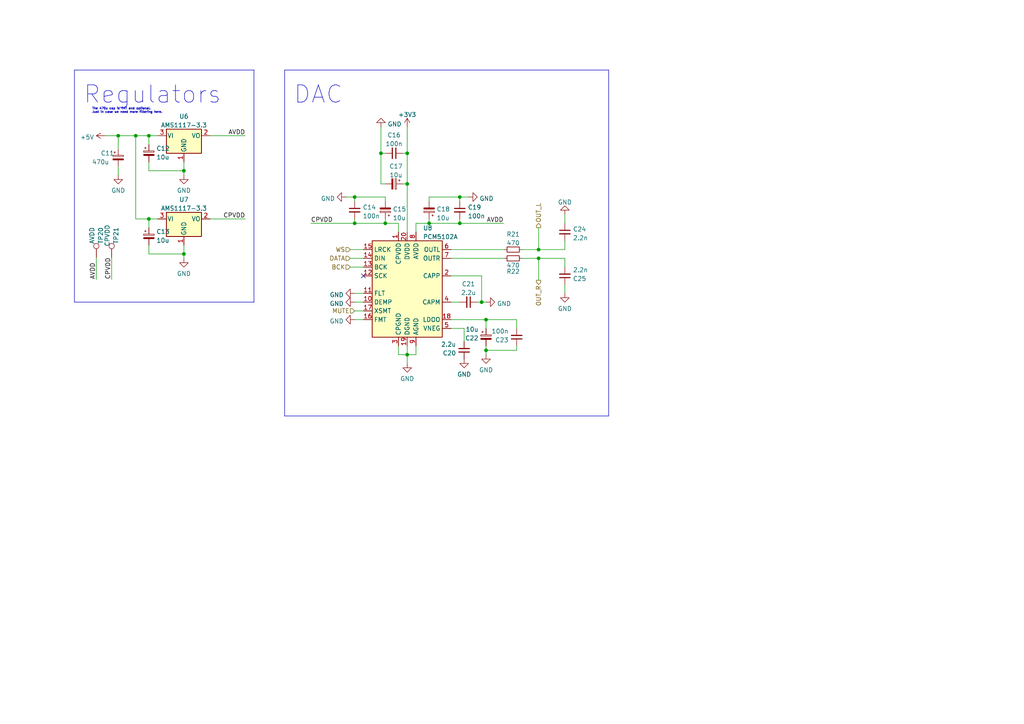
<source format=kicad_sch>
(kicad_sch (version 20230121) (generator eeschema)
  (paper "A4")
  (lib_symbols
    (symbol "Audio:PCM5102"
      (property "Reference" "U" (at -10.16 13.97 0))
      (property "Value" "PCM5102" (at 3.81 13.97 0))
      (symbol "PCM5102_0_1"
        (rectangle (start -10.16 12.7) (end 10.16 -15.24) (stroke (width 0.254)) (fill (type background)))
      )
      (symbol "PCM5102_1_1"
        (pin passive line (at -2.54 15.24 270) (length 2.54) (name "CPVDD") (number "1"))
        (pin input line (at -12.7 -5.08 0) (length 2.54) (name "DEMP") (number "10"))
        (pin input line (at -12.7 -2.54 0) (length 2.54) (name "FLT") (number "11"))
        (pin input line (at -12.7 2.54 0) (length 2.54) (name "SCK") (number "12"))
        (pin input line (at -12.7 5.08 0) (length 2.54) (name "BCK") (number "13"))
        (pin input line (at -12.7 7.62 0) (length 2.54) (name "DIN") (number "14"))
        (pin input line (at -12.7 10.16 0) (length 2.54) (name "LRCK") (number "15"))
        (pin input line (at -12.7 -10.16 0) (length 2.54) (name "FMT") (number "16"))
        (pin input line (at -12.7 -7.62 0) (length 2.54) (name "XSMT") (number "17"))
        (pin passive line (at 12.7 -10.16 180) (length 2.54) (name "LDOO") (number "18"))
        (pin power_in line (at 0 -17.78 90) (length 2.54) (name "DGND") (number "19"))
        (pin passive line (at 12.7 2.54 180) (length 2.54) (name "CAPP") (number "2"))
        (pin power_in line (at 0 15.24 270) (length 2.54) (name "DVDD") (number "20"))
        (pin power_in line (at -2.54 -17.78 90) (length 2.54) (name "CPGND") (number "3"))
        (pin passive line (at 12.7 -5.08 180) (length 2.54) (name "CAPM") (number "4"))
        (pin passive line (at 12.7 -12.7 180) (length 2.54) (name "VNEG") (number "5"))
        (pin output line (at 12.7 10.16 180) (length 2.54) (name "OUTL") (number "6"))
        (pin output line (at 12.7 7.62 180) (length 2.54) (name "OUTR") (number "7"))
        (pin power_in line (at 2.54 15.24 270) (length 2.54) (name "AVDD") (number "8"))
        (pin power_in line (at 2.54 -17.78 90) (length 2.54) (name "AGND") (number "9"))
      )
    )
    (symbol "Connector:TestPoint" (pin_numbers hide) (pin_names (offset 0.762) hide)
      (property "Reference" "TP" (at 0 6.858 0))
      (property "Value" "TestPoint" (at 0 5.08 0))
      (symbol "TestPoint_0_1"
        (circle (center 0 3.302) (radius 0.762))
      )
      (symbol "TestPoint_1_1"
        (pin passive line (at 0 0 90) (length 2.54) (name "1") (number "1"))
      )
    )
    (symbol "Device:C_Polarized_Small" (pin_numbers hide) (pin_names (offset 0.254) hide)
      (property "Reference" "C" (at 0.254 1.778 0))
      (property "Value" "C_Polarized_Small" (at 0.254 -2.032 0))
      (symbol "C_Polarized_Small_0_1"
        (rectangle (start -1.524 -0.3048) (end 1.524 -0.6858) (fill (type outline)))
        (rectangle (start -1.524 0.6858) (end 1.524 0.3048))
        (polyline (pts (xy -1.27 1.524) (xy -0.762 1.524)))
        (polyline (pts (xy -1.016 1.27) (xy -1.016 1.778)))
      )
      (symbol "C_Polarized_Small_1_1"
        (pin passive line (at 0 2.54 270) (length 1.8542) (name "~") (number "1"))
        (pin passive line (at 0 -2.54 90) (length 1.8542) (name "~") (number "2"))
      )
    )
    (symbol "Device:C_Small" (pin_numbers hide) (pin_names (offset 0.254) hide)
      (property "Reference" "C" (at 0.254 1.778 0))
      (property "Value" "C_Small" (at 0.254 -2.032 0))
      (symbol "C_Small_0_1"
        (polyline (pts (xy -1.524 -0.508) (xy 1.524 -0.508)) (stroke (width 0.3302)))
        (polyline (pts (xy -1.524 0.508) (xy 1.524 0.508)) (stroke (width 0.3048)))
      )
      (symbol "C_Small_1_1"
        (pin passive line (at 0 2.54 270) (length 2.032) (name "~") (number "1"))
        (pin passive line (at 0 -2.54 90) (length 2.032) (name "~") (number "2"))
      )
    )
    (symbol "Device:R_Small" (pin_numbers hide) (pin_names (offset 0.254) hide)
      (property "Reference" "R" (at 0.762 0.508 0))
      (property "Value" "R_Small" (at 0.762 -1.016 0))
      (symbol "R_Small_0_1"
        (rectangle (start -0.762 1.778) (end 0.762 -1.778) (stroke (width 0.2032)))
      )
      (symbol "R_Small_1_1"
        (pin passive line (at 0 2.54 270) (length 0.762) (name "~") (number "1"))
        (pin passive line (at 0 -2.54 90) (length 0.762) (name "~") (number "2"))
      )
    )
    (symbol "Regulator_Linear:AMS1117-3.3" (pin_names (offset 0.254))
      (property "Reference" "U" (at -3.81 3.175 0))
      (property "Value" "AMS1117-3.3" (at 0 3.175 0))
      (symbol "AMS1117-3.3_0_1"
        (rectangle (start -5.08 -5.08) (end 5.08 1.905) (stroke (width 0.254)) (fill (type background)))
      )
      (symbol "AMS1117-3.3_1_1"
        (pin power_in line (at 0 -7.62 90) (length 2.54) (name "GND") (number "1"))
        (pin power_out line (at 7.62 0 180) (length 2.54) (name "VO") (number "2"))
        (pin power_in line (at -7.62 0 0) (length 2.54) (name "VI") (number "3"))
      )
    )
    (symbol "power:+3.3V" (power) (pin_names (offset 0))
      (property "Value" "+3.3V" (at 0 3.556 0))
      (symbol "+3.3V_0_1"
        (polyline (pts (xy -0.762 1.27) (xy 0 2.54)))
        (polyline (pts (xy 0 0) (xy 0 2.54)))
        (polyline (pts (xy 0 2.54) (xy 0.762 1.27)))
      )
      (symbol "+3.3V_1_1"
        (pin power_in line (at 0 0 90) (length 0) hide (name "+3V3") (number "1"))
      )
    )
    (symbol "power:+5V" (power) (pin_names (offset 0))
      (property "Value" "+5V" (at 0 3.556 0))
      (symbol "+5V_0_1"
        (polyline (pts (xy -0.762 1.27) (xy 0 2.54)))
        (polyline (pts (xy 0 0) (xy 0 2.54)))
        (polyline (pts (xy 0 2.54) (xy 0.762 1.27)))
      )
      (symbol "+5V_1_1"
        (pin power_in line (at 0 0 90) (length 0) hide (name "+5V") (number "1"))
      )
    )
    (symbol "power:GND" (power) (pin_names (offset 0))
      (property "Value" "GND" (at 0 -3.81 0))
      (symbol "GND_0_1"
        (polyline (pts (xy 0 0) (xy 0 -1.27) (xy 1.27 -1.27) (xy 0 -2.54) (xy -1.27 -1.27) (xy 0 -1.27)))
      )
      (symbol "GND_1_1"
        (pin power_in line (at 0 0 270) (length 0) hide (name "GND") (number "1"))
      )
    )
  )
  (junction (at 39.37 39.37))
  (junction (at 53.34 49.53))
  (junction (at 102.87 57.15))
  (junction (at 43.18 63.5))
  (junction (at 118.11 102.87))
  (junction (at 133.35 57.15))
  (junction (at 118.11 53.34))
  (junction (at 124.46 64.77))
  (junction (at 111.76 64.77))
  (junction (at 102.87 64.77))
  (junction (at 140.97 92.71))
  (junction (at 43.18 39.37))
  (junction (at 110.49 44.45))
  (junction (at 140.97 101.6))
  (junction (at 118.11 44.45))
  (junction (at 133.35 64.77))
  (junction (at 156.21 72.39))
  (junction (at 53.34 73.66))
  (junction (at 34.29 39.37))
  (junction (at 139.7 87.63))
  (junction (at 156.21 74.93))
  (no_connect (at 105.41 80.01))
  (wire (pts (xy 34.29 39.37) (xy 34.29 43.18)))
  (wire (pts (xy 102.87 64.77) (xy 111.76 64.77)))
  (wire (pts (xy 118.11 102.87) (xy 120.65 102.87)))
  (wire (pts (xy 133.35 64.77) (xy 146.05 64.77)))
  (wire (pts (xy 163.83 85.09) (xy 163.83 82.55)))
  (wire (pts (xy 101.6 74.93) (xy 105.41 74.93)))
  (polyline (pts (xy 73.66 87.63) (xy 21.59 87.63)))
  (wire (pts (xy 115.57 64.77) (xy 115.57 67.31)))
  (wire (pts (xy 110.49 53.34) (xy 111.76 53.34)))
  (wire (pts (xy 149.86 100.33) (xy 149.86 101.6)))
  (wire (pts (xy 102.87 87.63) (xy 105.41 87.63)))
  (wire (pts (xy 115.57 100.33) (xy 115.57 102.87)))
  (wire (pts (xy 102.87 63.5) (xy 102.87 64.77)))
  (wire (pts (xy 43.18 63.5) (xy 45.72 63.5)))
  (wire (pts (xy 43.18 63.5) (xy 43.18 66.04)))
  (wire (pts (xy 130.81 74.93) (xy 146.304 74.93)))
  (wire (pts (xy 118.11 102.87) (xy 118.11 105.41)))
  (wire (pts (xy 110.49 36.83) (xy 110.49 44.45)))
  (wire (pts (xy 111.76 57.15) (xy 111.76 58.42)))
  (polyline (pts (xy 21.59 87.63) (xy 21.59 20.32)))
  (wire (pts (xy 120.65 100.33) (xy 120.65 102.87)))
  (wire (pts (xy 156.21 72.39) (xy 163.83 72.39)))
  (wire (pts (xy 151.384 74.93) (xy 156.21 74.93)))
  (wire (pts (xy 100.33 57.15) (xy 102.87 57.15)))
  (wire (pts (xy 43.18 73.66) (xy 53.34 73.66)))
  (wire (pts (xy 124.46 64.77) (xy 133.35 64.77)))
  (wire (pts (xy 138.43 87.63) (xy 139.7 87.63)))
  (polyline (pts (xy 82.55 120.65) (xy 82.55 20.32)))
  (wire (pts (xy 34.29 39.37) (xy 39.37 39.37)))
  (wire (pts (xy 118.11 53.34) (xy 118.11 67.31)))
  (wire (pts (xy 110.49 44.45) (xy 111.76 44.45)))
  (wire (pts (xy 110.49 44.45) (xy 110.49 53.34)))
  (wire (pts (xy 39.37 63.5) (xy 43.18 63.5)))
  (wire (pts (xy 133.35 57.15) (xy 133.35 58.42)))
  (wire (pts (xy 53.34 49.53) (xy 53.34 50.8)))
  (wire (pts (xy 43.18 49.53) (xy 53.34 49.53)))
  (wire (pts (xy 156.21 74.93) (xy 163.83 74.93)))
  (polyline (pts (xy 82.55 20.32) (xy 176.53 20.32)))
  (wire (pts (xy 101.6 77.47) (xy 105.41 77.47)))
  (wire (pts (xy 140.97 92.71) (xy 149.86 92.71)))
  (wire (pts (xy 124.46 57.15) (xy 133.35 57.15)))
  (wire (pts (xy 53.34 46.99) (xy 53.34 49.53)))
  (wire (pts (xy 139.7 80.01) (xy 139.7 87.63)))
  (wire (pts (xy 124.46 58.42) (xy 124.46 57.15)))
  (wire (pts (xy 133.35 57.15) (xy 135.89 57.15)))
  (wire (pts (xy 27.94 74.676) (xy 27.94 81.026)))
  (wire (pts (xy 140.97 101.6) (xy 140.97 102.87)))
  (wire (pts (xy 43.18 46.99) (xy 43.18 49.53)))
  (wire (pts (xy 60.96 39.37) (xy 71.12 39.37)))
  (wire (pts (xy 90.17 64.77) (xy 102.87 64.77)))
  (wire (pts (xy 130.81 87.63) (xy 133.35 87.63)))
  (wire (pts (xy 163.83 62.23) (xy 163.83 64.77)))
  (wire (pts (xy 130.81 72.39) (xy 146.304 72.39)))
  (wire (pts (xy 124.46 63.5) (xy 124.46 64.77)))
  (wire (pts (xy 140.97 92.71) (xy 140.97 95.25)))
  (wire (pts (xy 60.96 63.5) (xy 71.12 63.5)))
  (wire (pts (xy 118.11 53.34) (xy 116.84 53.34)))
  (wire (pts (xy 149.86 92.71) (xy 149.86 95.25)))
  (wire (pts (xy 102.87 90.17) (xy 105.41 90.17)))
  (wire (pts (xy 163.83 77.47) (xy 163.83 74.93)))
  (wire (pts (xy 32.385 74.676) (xy 32.385 81.026)))
  (wire (pts (xy 140.97 101.6) (xy 149.86 101.6)))
  (wire (pts (xy 130.81 80.01) (xy 139.7 80.01)))
  (wire (pts (xy 102.87 58.42) (xy 102.87 57.15)))
  (wire (pts (xy 134.62 95.25) (xy 134.62 99.06)))
  (wire (pts (xy 39.37 39.37) (xy 43.18 39.37)))
  (wire (pts (xy 30.48 39.37) (xy 34.29 39.37)))
  (polyline (pts (xy 73.66 20.32) (xy 73.66 87.63)))
  (wire (pts (xy 111.76 64.77) (xy 115.57 64.77)))
  (wire (pts (xy 163.83 69.85) (xy 163.83 72.39)))
  (wire (pts (xy 116.84 44.45) (xy 118.11 44.45)))
  (wire (pts (xy 34.29 48.26) (xy 34.29 50.8)))
  (wire (pts (xy 130.81 95.25) (xy 134.62 95.25)))
  (polyline (pts (xy 176.53 20.32) (xy 176.53 120.65)))
  (wire (pts (xy 120.65 67.31) (xy 120.65 64.77)))
  (wire (pts (xy 156.21 74.93) (xy 156.21 81.28)))
  (wire (pts (xy 151.384 72.39) (xy 156.21 72.39)))
  (wire (pts (xy 133.35 63.5) (xy 133.35 64.77)))
  (wire (pts (xy 53.34 73.66) (xy 53.34 74.93)))
  (wire (pts (xy 120.65 64.77) (xy 124.46 64.77)))
  (wire (pts (xy 140.97 100.33) (xy 140.97 101.6)))
  (polyline (pts (xy 176.53 120.65) (xy 82.55 120.65)))
  (wire (pts (xy 102.87 85.09) (xy 105.41 85.09)))
  (wire (pts (xy 39.37 39.37) (xy 39.37 63.5)))
  (wire (pts (xy 115.57 102.87) (xy 118.11 102.87)))
  (wire (pts (xy 101.6 72.39) (xy 105.41 72.39)))
  (wire (pts (xy 43.18 39.37) (xy 45.72 39.37)))
  (wire (pts (xy 118.11 36.83) (xy 118.11 44.45)))
  (wire (pts (xy 111.76 63.5) (xy 111.76 64.77)))
  (wire (pts (xy 139.7 87.63) (xy 140.97 87.63)))
  (wire (pts (xy 102.87 57.15) (xy 111.76 57.15)))
  (wire (pts (xy 130.81 92.71) (xy 140.97 92.71)))
  (wire (pts (xy 43.18 39.37) (xy 43.18 41.91)))
  (wire (pts (xy 118.11 100.33) (xy 118.11 102.87)))
  (wire (pts (xy 118.11 44.45) (xy 118.11 53.34)))
  (polyline (pts (xy 73.66 20.32) (xy 21.59 20.32)))
  (wire (pts (xy 43.18 71.12) (xy 43.18 73.66)))
  (wire (pts (xy 53.34 71.12) (xy 53.34 73.66)))
  (wire (pts (xy 102.87 92.71) (xy 105.41 92.71)))
  (wire (pts (xy 156.21 66.04) (xy 156.21 72.39)))
  (text "The 470u cap is THT and optional.\nJust in case we need more filtering here." (at 26.67 33.02 0) (effects (font (size 0.635 0.635)) (justify left bottom)))
  (text "Regulators" (at 24.13 30.48 0) (effects (font (size 5 5)) (justify left bottom)))
  (text "DAC" (at 85.09 30.48 0) (effects (font (size 5 5)) (justify left bottom)))
  (label "AVDD" (at 27.94 81.026 90))
  (label "CPVDD" (at 32.385 81.026 90))
  (label "CPVDD" (at 71.12 63.5 180))
  (label "CPVDD" (at 90.17 64.77 0))
  (label "AVDD" (at 71.12 39.37 180))
  (label "AVDD" (at 146.05 64.77 180))
  (hierarchical_label "WS" (shape input) (at 101.6 72.39 180))
  (hierarchical_label "BCK" (shape input) (at 101.6 77.47 180))
  (hierarchical_label "OUT_R" (shape output) (at 156.21 81.28 270))
  (hierarchical_label "DATA" (shape input) (at 101.6 74.93 180))
  (hierarchical_label "MUTE" (shape input) (at 102.87 90.17 180))
  (hierarchical_label "OUT_L" (shape output) (at 156.21 66.04 90))
  (symbol (lib_id "Regulator_Linear:AMS1117-3.3") (at 53.34 63.5 0) (unit 1)
    (property "Reference" "U7" (at 53.34 57.8952 0))
    (property "Value" "AMS1117-3.3" (at 53.34 60.4321 0))
    (property "Footprint" "Package_TO_SOT_SMD:SOT-223-3_TabPin2" (effects hide))
    (property "Datasheet" "http://www.advanced-monolithic.com/pdf/ds1117.pdf" (effects hide))
    (property "LCSC#" "C6186" (effects hide))
  )
  (symbol (lib_id "power:+3.3V") (at 118.11 36.83 0) (unit 1)
    (property "Reference" "#PWR050" (effects hide))
    (property "Value" "+3.3V" (at 118.11 33.2542 0))
  )
  (symbol (lib_id "power:GND") (at 102.87 92.71 270) (unit 1)
    (property "Reference" "#PWR048" (effects hide))
    (property "Value" "GND" (at 99.6951 93.1438 90) (effects (justify right)))
  )
  (symbol (lib_id "Device:C_Small") (at 102.87 60.96 0) (unit 1)
    (property "Reference" "C14" (at 105.1941 60.1316 0) (effects (justify left)))
    (property "Value" "100n" (at 105.1941 62.6685 0) (effects (justify left)))
    (property "Footprint" "Capacitor_SMD:C_0402_1005Metric" (effects hide))
    (property "Datasheet" "https://datasheet.lcsc.com/lcsc/1810191219_Samsung-Electro-Mechanics-CL05B104KO5NNNC_C1525.pdf" (effects hide))
    (property "LCSC#" "C1525" (effects hide))
  )
  (symbol (lib_id "Device:C_Polarized_Small") (at 34.29 45.72 0) (unit 1)
    (property "Reference" "C11" (at 29.21 44.45 0) (effects (justify left)))
    (property "Value" "470u" (at 26.67 46.99 0) (effects (justify left)))
    (property "Footprint" "Capacitor_THT:CP_Radial_D5.0mm_P2.50mm" (effects hide))
  )
  (symbol (lib_id "Regulator_Linear:AMS1117-3.3") (at 53.34 39.37 0) (unit 1)
    (property "Reference" "U6" (at 53.34 33.7652 0))
    (property "Value" "AMS1117-3.3" (at 53.34 36.3021 0))
    (property "Footprint" "Package_TO_SOT_SMD:SOT-223-3_TabPin2" (effects hide))
    (property "Datasheet" "http://www.advanced-monolithic.com/pdf/ds1117.pdf" (effects hide))
    (property "LCSC#" "C6186" (effects hide))
  )
  (symbol (lib_id "Device:R_Small") (at 148.844 72.39 270) (unit 1)
    (property "Reference" "R21" (at 148.844 67.9536 90))
    (property "Value" "470" (at 148.844 70.4905 90))
    (property "Footprint" "Resistor_SMD:R_0402_1005Metric" (effects hide))
    (property "Datasheet" "https://datasheet.lcsc.com/lcsc/2110252230_UNI-ROYAL-Uniroyal-Elec-0402WGF4700TCE_C25117.pdf" (effects hide))
    (property "LCSC#" "C25117" (effects hide))
  )
  (symbol (lib_id "Device:C_Small") (at 163.83 67.31 0) (unit 1)
    (property "Reference" "C24" (at 166.1541 66.4816 0) (effects (justify left)))
    (property "Value" "2.2n" (at 166.1541 69.0185 0) (effects (justify left)))
    (property "Footprint" "Capacitor_SMD:C_0402_1005Metric" (effects hide))
    (property "Datasheet" "https://datasheet.lcsc.com/lcsc/1811141710_FH-Guangdong-Fenghua-Advanced-Tech-0402B222K500NT_C1531.pdf" (effects hide))
    (property "LCSC#" "C1531" (effects hide))
  )
  (symbol (lib_id "Device:C_Small") (at 149.86 97.79 180) (unit 1)
    (property "Reference" "C23" (at 147.5359 98.6184 0) (effects (justify left)))
    (property "Value" "100n" (at 147.5359 96.0815 0) (effects (justify left)))
    (property "Footprint" "Capacitor_SMD:C_0402_1005Metric" (effects hide))
    (property "Datasheet" "https://datasheet.lcsc.com/lcsc/1810191219_Samsung-Electro-Mechanics-CL05B104KO5NNNC_C1525.pdf" (effects hide))
    (property "LCSC#" "C1525" (effects hide))
  )
  (symbol (lib_id "power:GND") (at 118.11 105.41 0) (unit 1)
    (property "Reference" "#PWR051" (effects hide))
    (property "Value" "GND" (at 118.11 109.8534 0))
  )
  (symbol (lib_id "Connector:TestPoint") (at 27.94 74.676 0) (unit 1)
    (property "Reference" "TP20" (at 29.21 68.326 90))
    (property "Value" "AVDD" (at 26.6731 68.326 90))
    (property "Footprint" "TestPoint:TestPoint_Pad_D1.0mm" (effects hide))
  )
  (symbol (lib_id "power:GND") (at 102.87 87.63 270) (unit 1)
    (property "Reference" "#PWR047" (effects hide))
    (property "Value" "GND" (at 99.6951 88.0638 90) (effects (justify right)))
  )
  (symbol (lib_id "Device:C_Small") (at 134.62 101.6 180) (unit 1)
    (property "Reference" "C20" (at 132.2959 102.4284 0) (effects (justify left)))
    (property "Value" "2.2u" (at 132.2959 99.8915 0) (effects (justify left)))
    (property "Footprint" "Capacitor_SMD:C_0402_1005Metric" (effects hide))
    (property "Datasheet" "https://datasheet.lcsc.com/lcsc/1811021410_Samsung-Electro-Mechanics-CL05A225MQ5NSNC_C12530.pdf" (effects hide))
    (property "LCSC#" "C12530" (effects hide))
  )
  (symbol (lib_id "Device:C_Polarized_Small") (at 114.3 53.34 270) (unit 1)
    (property "Reference" "C17" (at 114.8461 48.2432 90))
    (property "Value" "10u" (at 114.8461 50.7801 90))
    (property "Footprint" "Capacitor_SMD:C_1206_3216Metric" (effects hide))
    (property "Datasheet" "https://datasheet.lcsc.com/lcsc/1811071223_AVX-TAJA106K016RNJ_C7171.pdf" (effects hide))
    (property "LCSC#" "C7171" (effects hide))
  )
  (symbol (lib_id "Device:C_Polarized_Small") (at 43.18 44.45 0) (unit 1)
    (property "Reference" "C12" (at 45.339 43.0692 0) (effects (justify left)))
    (property "Value" "10u" (at 45.339 45.6061 0) (effects (justify left)))
    (property "Footprint" "Capacitor_SMD:C_1206_3216Metric" (effects hide))
    (property "Datasheet" "https://datasheet.lcsc.com/lcsc/1811071223_AVX-TAJA106K016RNJ_C7171.pdf" (effects hide))
    (property "LCSC#" "C7171" (effects hide))
  )
  (symbol (lib_id "Device:C_Small") (at 133.35 60.96 0) (unit 1)
    (property "Reference" "C19" (at 135.6741 60.1316 0) (effects (justify left)))
    (property "Value" "100n" (at 135.6741 62.6685 0) (effects (justify left)))
    (property "Footprint" "Capacitor_SMD:C_0402_1005Metric" (effects hide))
    (property "Datasheet" "https://datasheet.lcsc.com/lcsc/1810191219_Samsung-Electro-Mechanics-CL05B104KO5NNNC_C1525.pdf" (effects hide))
    (property "LCSC#" "C1525" (effects hide))
  )
  (symbol (lib_id "Connector:TestPoint") (at 32.385 74.676 0) (unit 1)
    (property "Reference" "TP21" (at 33.655 68.326 90))
    (property "Value" "CPVDD" (at 31.1181 68.326 90))
    (property "Footprint" "TestPoint:TestPoint_Pad_D1.0mm" (effects hide))
  )
  (symbol (lib_id "power:GND") (at 134.62 104.14 0) (unit 1)
    (property "Reference" "#PWR057" (effects hide))
    (property "Value" "GND" (at 134.62 108.5834 0))
  )
  (symbol (lib_id "power:GND") (at 135.89 57.15 90) (unit 1)
    (property "Reference" "#PWR052" (effects hide))
    (property "Value" "GND" (at 139.065 57.5838 90) (effects (justify right)))
  )
  (symbol (lib_id "Audio:PCM5102") (at 118.11 82.55 0) (unit 1)
    (property "Reference" "U8" (at 122.6694 66.1502 0) (effects (justify left)))
    (property "Value" "PCM5102A" (at 122.6694 68.6871 0) (effects (justify left)))
    (property "Footprint" "Package_SO:TSSOP-20_4.4x6.5mm_P0.65mm" (effects hide))
    (property "Datasheet" "http://www.ti.com/lit/ds/symlink/pcm5102a.pdf" (effects hide))
    (property "LCSC#" "C107671" (effects hide))
  )
  (symbol (lib_id "power:GND") (at 53.34 74.93 0) (unit 1)
    (property "Reference" "#PWR044" (effects hide))
    (property "Value" "GND" (at 53.34 79.3734 0))
  )
  (symbol (lib_id "Device:C_Polarized_Small") (at 43.18 68.58 0) (unit 1)
    (property "Reference" "C13" (at 45.339 67.1992 0) (effects (justify left)))
    (property "Value" "10u" (at 45.339 69.7361 0) (effects (justify left)))
    (property "Footprint" "Capacitor_SMD:C_1206_3216Metric" (effects hide))
    (property "Datasheet" "https://datasheet.lcsc.com/lcsc/1811071223_AVX-TAJA106K016RNJ_C7171.pdf" (effects hide))
    (property "LCSC#" "C7171" (effects hide))
  )
  (symbol (lib_id "power:GND") (at 163.83 85.09 0) (unit 1)
    (property "Reference" "#PWR056" (effects hide))
    (property "Value" "GND" (at 163.83 89.5334 0))
  )
  (symbol (lib_id "power:GND") (at 102.87 85.09 270) (unit 1)
    (property "Reference" "#PWR046" (effects hide))
    (property "Value" "GND" (at 99.6951 85.5238 90) (effects (justify right)))
  )
  (symbol (lib_id "power:GND") (at 34.29 50.8 0) (unit 1)
    (property "Reference" "#PWR042" (effects hide))
    (property "Value" "GND" (at 34.29 55.2434 0))
  )
  (symbol (lib_id "Device:C_Small") (at 135.89 87.63 270) (unit 1)
    (property "Reference" "C21" (at 135.8836 82.3681 90))
    (property "Value" "2.2u" (at 135.8836 84.905 90))
    (property "Footprint" "Capacitor_SMD:C_0402_1005Metric" (effects hide))
    (property "Datasheet" "https://datasheet.lcsc.com/lcsc/1811021410_Samsung-Electro-Mechanics-CL05A225MQ5NSNC_C12530.pdf" (effects hide))
    (property "LCSC#" "C12530" (effects hide))
  )
  (symbol (lib_id "power:GND") (at 110.49 36.83 180) (unit 1)
    (property "Reference" "#PWR049" (effects hide))
    (property "Value" "GND" (at 112.395 35.9938 0) (effects (justify right)))
  )
  (symbol (lib_id "power:GND") (at 100.33 57.15 270) (unit 1)
    (property "Reference" "#PWR045" (effects hide))
    (property "Value" "GND" (at 97.1551 57.5838 90) (effects (justify right)))
  )
  (symbol (lib_id "Device:C_Polarized_Small") (at 124.46 60.96 180) (unit 1)
    (property "Reference" "C18" (at 126.619 60.6714 0) (effects (justify right)))
    (property "Value" "10u" (at 126.619 63.2083 0) (effects (justify right)))
    (property "Footprint" "Capacitor_SMD:C_1206_3216Metric" (effects hide))
    (property "Datasheet" "https://datasheet.lcsc.com/lcsc/1811071223_AVX-TAJA106K016RNJ_C7171.pdf" (effects hide))
    (property "LCSC#" "C7171" (effects hide))
  )
  (symbol (lib_id "Device:C_Small") (at 163.83 80.01 0) (mirror x) (unit 1)
    (property "Reference" "C25" (at 166.1541 80.8384 0) (effects (justify left)))
    (property "Value" "2.2n" (at 166.1541 78.3015 0) (effects (justify left)))
    (property "Footprint" "Capacitor_SMD:C_0402_1005Metric" (effects hide))
    (property "Datasheet" "https://datasheet.lcsc.com/lcsc/1811141710_FH-Guangdong-Fenghua-Advanced-Tech-0402B222K500NT_C1531.pdf" (effects hide))
    (property "LCSC#" "C1531" (effects hide))
  )
  (symbol (lib_id "power:GND") (at 163.83 62.23 180) (unit 1)
    (property "Reference" "#PWR055" (effects hide))
    (property "Value" "GND" (at 163.83 58.6542 0))
  )
  (symbol (lib_id "Device:C_Small") (at 114.3 44.45 270) (unit 1)
    (property "Reference" "C16" (at 114.2936 39.1881 90))
    (property "Value" "100n" (at 114.2936 41.725 90))
    (property "Footprint" "Capacitor_SMD:C_0402_1005Metric" (effects hide))
    (property "Datasheet" "https://datasheet.lcsc.com/lcsc/1810191219_Samsung-Electro-Mechanics-CL05B104KO5NNNC_C1525.pdf" (effects hide))
    (property "LCSC#" "C1525" (effects hide))
  )
  (symbol (lib_id "Device:C_Polarized_Small") (at 140.97 97.79 0) (unit 1)
    (property "Reference" "C22" (at 138.811 98.0786 0) (effects (justify right)))
    (property "Value" "10u" (at 138.811 95.5417 0) (effects (justify right)))
    (property "Footprint" "Capacitor_SMD:C_1206_3216Metric" (effects hide))
    (property "Datasheet" "https://datasheet.lcsc.com/lcsc/1811071223_AVX-TAJA106K016RNJ_C7171.pdf" (effects hide))
    (property "LCSC#" "C7171" (effects hide))
  )
  (symbol (lib_id "power:GND") (at 53.34 50.8 0) (unit 1)
    (property "Reference" "#PWR043" (effects hide))
    (property "Value" "GND" (at 53.34 55.2434 0))
  )
  (symbol (lib_id "power:+5V") (at 30.48 39.37 90) (unit 1)
    (property "Reference" "#PWR041" (effects hide))
    (property "Value" "+5V" (at 27.3051 39.8038 90) (effects (justify left)))
  )
  (symbol (lib_id "power:GND") (at 140.97 102.87 0) (unit 1)
    (property "Reference" "#PWR054" (effects hide))
    (property "Value" "GND" (at 140.97 107.3134 0))
  )
  (symbol (lib_id "power:GND") (at 140.97 87.63 90) (unit 1)
    (property "Reference" "#PWR053" (effects hide))
    (property "Value" "GND" (at 144.145 88.0638 90) (effects (justify right)))
  )
  (symbol (lib_id "Device:R_Small") (at 148.844 74.93 90) (mirror x) (unit 1)
    (property "Reference" "R22" (at 148.844 78.74 90))
    (property "Value" "470" (at 148.844 76.962 90))
    (property "Footprint" "Resistor_SMD:R_0402_1005Metric" (effects hide))
    (property "Datasheet" "https://datasheet.lcsc.com/lcsc/2110252230_UNI-ROYAL-Uniroyal-Elec-0402WGF4700TCE_C25117.pdf" (effects hide))
    (property "LCSC#" "C25117" (effects hide))
  )
  (symbol (lib_id "Device:C_Polarized_Small") (at 111.76 60.96 180) (unit 1)
    (property "Reference" "C15" (at 113.919 60.6714 0) (effects (justify right)))
    (property "Value" "10u" (at 113.919 63.2083 0) (effects (justify right)))
    (property "Footprint" "Capacitor_SMD:C_1206_3216Metric" (effects hide))
    (property "Datasheet" "https://datasheet.lcsc.com/lcsc/1811071223_AVX-TAJA106K016RNJ_C7171.pdf" (effects hide))
    (property "LCSC#" "C7171" (effects hide))
  )
)
</source>
